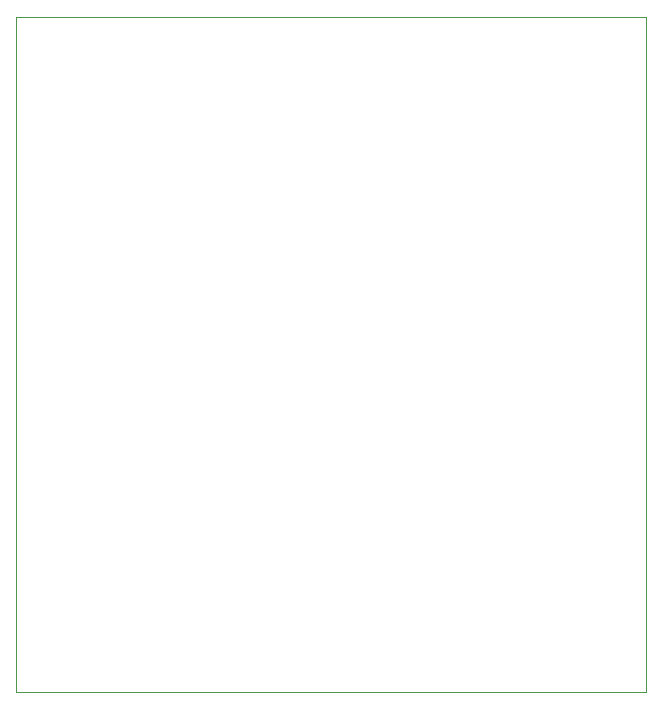
<source format=gbr>
%TF.GenerationSoftware,KiCad,Pcbnew,(5.1.9)-1*%
%TF.CreationDate,2021-05-14T21:25:46-04:00*%
%TF.ProjectId,AtariWiiWifi,41746172-6957-4696-9957-6966692e6b69,rev?*%
%TF.SameCoordinates,Original*%
%TF.FileFunction,Profile,NP*%
%FSLAX46Y46*%
G04 Gerber Fmt 4.6, Leading zero omitted, Abs format (unit mm)*
G04 Created by KiCad (PCBNEW (5.1.9)-1) date 2021-05-14 21:25:46*
%MOMM*%
%LPD*%
G01*
G04 APERTURE LIST*
%TA.AperFunction,Profile*%
%ADD10C,0.050000*%
%TD*%
G04 APERTURE END LIST*
D10*
X177800000Y-124460000D02*
X177800000Y-67310000D01*
X124460000Y-124460000D02*
X177800000Y-124460000D01*
X124460000Y-67310000D02*
X124460000Y-124460000D01*
X177800000Y-67310000D02*
X124460000Y-67310000D01*
M02*

</source>
